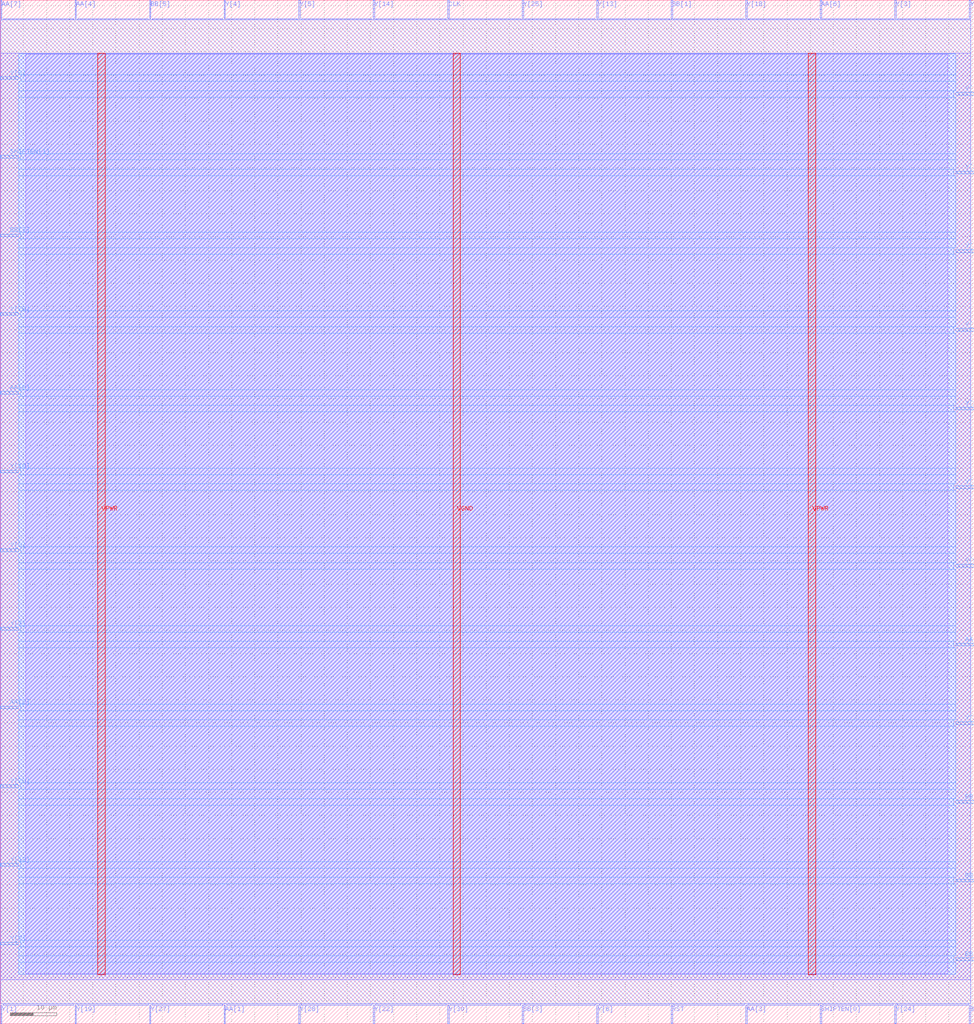
<source format=lef>
VERSION 5.7 ;
  NOWIREEXTENSIONATPIN ON ;
  DIVIDERCHAR "/" ;
  BUSBITCHARS "[]" ;
MACRO sa_2D
  CLASS BLOCK ;
  FOREIGN sa_2D ;
  ORIGIN 0.000 0.000 ;
  SIZE 210.460 BY 221.180 ;
  PIN AA[0]
    DIRECTION INPUT ;
    USE SIGNAL ;
    PORT
      LAYER met3 ;
        RECT 0.000 136.040 4.000 136.640 ;
    END
  END AA[0]
  PIN AA[1]
    DIRECTION INPUT ;
    USE SIGNAL ;
    PORT
      LAYER met2 ;
        RECT 48.390 0.000 48.670 4.000 ;
    END
  END AA[1]
  PIN AA[2]
    DIRECTION INPUT ;
    USE SIGNAL ;
    PORT
      LAYER met3 ;
        RECT 0.000 68.040 4.000 68.640 ;
    END
  END AA[2]
  PIN AA[3]
    DIRECTION INPUT ;
    USE SIGNAL ;
    PORT
      LAYER met2 ;
        RECT 161.090 0.000 161.370 4.000 ;
    END
  END AA[3]
  PIN AA[4]
    DIRECTION INPUT ;
    USE SIGNAL ;
    PORT
      LAYER met2 ;
        RECT 16.190 217.180 16.470 221.180 ;
    END
  END AA[4]
  PIN AA[5]
    DIRECTION INPUT ;
    USE SIGNAL ;
    PORT
      LAYER met3 ;
        RECT 206.460 81.640 210.460 82.240 ;
    END
  END AA[5]
  PIN AA[6]
    DIRECTION INPUT ;
    USE SIGNAL ;
    PORT
      LAYER met2 ;
        RECT 177.190 217.180 177.470 221.180 ;
    END
  END AA[6]
  PIN AA[7]
    DIRECTION INPUT ;
    USE SIGNAL ;
    PORT
      LAYER met2 ;
        RECT 0.090 217.180 0.370 221.180 ;
    END
  END AA[7]
  PIN BB[0]
    DIRECTION INPUT ;
    USE SIGNAL ;
    PORT
      LAYER met3 ;
        RECT 206.460 13.640 210.460 14.240 ;
    END
  END BB[0]
  PIN BB[1]
    DIRECTION INPUT ;
    USE SIGNAL ;
    PORT
      LAYER met2 ;
        RECT 144.990 217.180 145.270 221.180 ;
    END
  END BB[1]
  PIN BB[2]
    DIRECTION INPUT ;
    USE SIGNAL ;
    PORT
      LAYER met2 ;
        RECT 209.390 0.000 209.670 4.000 ;
    END
  END BB[2]
  PIN BB[3]
    DIRECTION INPUT ;
    USE SIGNAL ;
    PORT
      LAYER met2 ;
        RECT 112.790 0.000 113.070 4.000 ;
    END
  END BB[3]
  PIN BB[4]
    DIRECTION INPUT ;
    USE SIGNAL ;
    PORT
      LAYER met3 ;
        RECT 206.460 30.640 210.460 31.240 ;
    END
  END BB[4]
  PIN BB[5]
    DIRECTION INPUT ;
    USE SIGNAL ;
    PORT
      LAYER met2 ;
        RECT 32.290 217.180 32.570 221.180 ;
    END
  END BB[5]
  PIN BB[6]
    DIRECTION INPUT ;
    USE SIGNAL ;
    PORT
      LAYER met3 ;
        RECT 206.460 47.640 210.460 48.240 ;
    END
  END BB[6]
  PIN BB[7]
    DIRECTION INPUT ;
    USE SIGNAL ;
    PORT
      LAYER met3 ;
        RECT 0.000 170.040 4.000 170.640 ;
    END
  END BB[7]
  PIN CLK
    DIRECTION INPUT ;
    USE SIGNAL ;
    PORT
      LAYER met2 ;
        RECT 96.690 217.180 96.970 221.180 ;
    END
  END CLK
  PIN RST
    DIRECTION INPUT ;
    USE SIGNAL ;
    PORT
      LAYER met2 ;
        RECT 144.990 0.000 145.270 4.000 ;
    END
  END RST
  PIN SHIFTEN[0]
    DIRECTION INPUT ;
    USE SIGNAL ;
    PORT
      LAYER met2 ;
        RECT 177.190 0.000 177.470 4.000 ;
    END
  END SHIFTEN[0]
  PIN SHIFTEN[1]
    DIRECTION INPUT ;
    USE SIGNAL ;
    PORT
      LAYER met3 ;
        RECT 0.000 187.040 4.000 187.640 ;
    END
  END SHIFTEN[1]
  PIN VGND
    DIRECTION INOUT ;
    USE GROUND ;
    PORT
      LAYER met4 ;
        RECT 97.840 10.640 99.440 209.680 ;
    END
  END VGND
  PIN VPWR
    DIRECTION INOUT ;
    USE POWER ;
    PORT
      LAYER met4 ;
        RECT 21.040 10.640 22.640 209.680 ;
    END
    PORT
      LAYER met4 ;
        RECT 174.640 10.640 176.240 209.680 ;
    END
  END VPWR
  PIN Y[0]
    DIRECTION OUTPUT TRISTATE ;
    USE SIGNAL ;
    PORT
      LAYER met3 ;
        RECT 0.000 102.040 4.000 102.640 ;
    END
  END Y[0]
  PIN Y[10]
    DIRECTION OUTPUT TRISTATE ;
    USE SIGNAL ;
    PORT
      LAYER met3 ;
        RECT 0.000 119.040 4.000 119.640 ;
    END
  END Y[10]
  PIN Y[11]
    DIRECTION OUTPUT TRISTATE ;
    USE SIGNAL ;
    PORT
      LAYER met3 ;
        RECT 206.460 149.640 210.460 150.240 ;
    END
  END Y[11]
  PIN Y[12]
    DIRECTION OUTPUT TRISTATE ;
    USE SIGNAL ;
    PORT
      LAYER met3 ;
        RECT 0.000 34.040 4.000 34.640 ;
    END
  END Y[12]
  PIN Y[13]
    DIRECTION OUTPUT TRISTATE ;
    USE SIGNAL ;
    PORT
      LAYER met2 ;
        RECT 128.890 217.180 129.170 221.180 ;
    END
  END Y[13]
  PIN Y[14]
    DIRECTION OUTPUT TRISTATE ;
    USE SIGNAL ;
    PORT
      LAYER met2 ;
        RECT 80.590 217.180 80.870 221.180 ;
    END
  END Y[14]
  PIN Y[15]
    DIRECTION OUTPUT TRISTATE ;
    USE SIGNAL ;
    PORT
      LAYER met3 ;
        RECT 206.460 200.640 210.460 201.240 ;
    END
  END Y[15]
  PIN Y[16]
    DIRECTION OUTPUT TRISTATE ;
    USE SIGNAL ;
    PORT
      LAYER met3 ;
        RECT 206.460 166.640 210.460 167.240 ;
    END
  END Y[16]
  PIN Y[17]
    DIRECTION OUTPUT TRISTATE ;
    USE SIGNAL ;
    PORT
      LAYER met3 ;
        RECT 206.460 115.640 210.460 116.240 ;
    END
  END Y[17]
  PIN Y[18]
    DIRECTION OUTPUT TRISTATE ;
    USE SIGNAL ;
    PORT
      LAYER met2 ;
        RECT 161.090 217.180 161.370 221.180 ;
    END
  END Y[18]
  PIN Y[19]
    DIRECTION OUTPUT TRISTATE ;
    USE SIGNAL ;
    PORT
      LAYER met2 ;
        RECT 16.190 0.000 16.470 4.000 ;
    END
  END Y[19]
  PIN Y[1]
    DIRECTION OUTPUT TRISTATE ;
    USE SIGNAL ;
    PORT
      LAYER met2 ;
        RECT 0.090 0.000 0.370 4.000 ;
    END
  END Y[1]
  PIN Y[20]
    DIRECTION OUTPUT TRISTATE ;
    USE SIGNAL ;
    PORT
      LAYER met3 ;
        RECT 0.000 51.040 4.000 51.640 ;
    END
  END Y[20]
  PIN Y[21]
    DIRECTION OUTPUT TRISTATE ;
    USE SIGNAL ;
    PORT
      LAYER met3 ;
        RECT 206.460 183.640 210.460 184.240 ;
    END
  END Y[21]
  PIN Y[22]
    DIRECTION OUTPUT TRISTATE ;
    USE SIGNAL ;
    PORT
      LAYER met2 ;
        RECT 80.590 0.000 80.870 4.000 ;
    END
  END Y[22]
  PIN Y[23]
    DIRECTION OUTPUT TRISTATE ;
    USE SIGNAL ;
    PORT
      LAYER met3 ;
        RECT 206.460 132.640 210.460 133.240 ;
    END
  END Y[23]
  PIN Y[24]
    DIRECTION OUTPUT TRISTATE ;
    USE SIGNAL ;
    PORT
      LAYER met2 ;
        RECT 193.290 0.000 193.570 4.000 ;
    END
  END Y[24]
  PIN Y[25]
    DIRECTION OUTPUT TRISTATE ;
    USE SIGNAL ;
    PORT
      LAYER met2 ;
        RECT 112.790 217.180 113.070 221.180 ;
    END
  END Y[25]
  PIN Y[26]
    DIRECTION OUTPUT TRISTATE ;
    USE SIGNAL ;
    PORT
      LAYER met3 ;
        RECT 206.460 64.640 210.460 65.240 ;
    END
  END Y[26]
  PIN Y[27]
    DIRECTION OUTPUT TRISTATE ;
    USE SIGNAL ;
    PORT
      LAYER met2 ;
        RECT 32.290 0.000 32.570 4.000 ;
    END
  END Y[27]
  PIN Y[28]
    DIRECTION OUTPUT TRISTATE ;
    USE SIGNAL ;
    PORT
      LAYER met2 ;
        RECT 64.490 0.000 64.770 4.000 ;
    END
  END Y[28]
  PIN Y[29]
    DIRECTION OUTPUT TRISTATE ;
    USE SIGNAL ;
    PORT
      LAYER met3 ;
        RECT 0.000 153.040 4.000 153.640 ;
    END
  END Y[29]
  PIN Y[2]
    DIRECTION OUTPUT TRISTATE ;
    USE SIGNAL ;
    PORT
      LAYER met3 ;
        RECT 0.000 17.040 4.000 17.640 ;
    END
  END Y[2]
  PIN Y[30]
    DIRECTION OUTPUT TRISTATE ;
    USE SIGNAL ;
    PORT
      LAYER met2 ;
        RECT 96.690 0.000 96.970 4.000 ;
    END
  END Y[30]
  PIN Y[31]
    DIRECTION OUTPUT TRISTATE ;
    USE SIGNAL ;
    PORT
      LAYER met2 ;
        RECT 209.390 217.180 209.670 221.180 ;
    END
  END Y[31]
  PIN Y[3]
    DIRECTION OUTPUT TRISTATE ;
    USE SIGNAL ;
    PORT
      LAYER met2 ;
        RECT 193.290 217.180 193.570 221.180 ;
    END
  END Y[3]
  PIN Y[4]
    DIRECTION OUTPUT TRISTATE ;
    USE SIGNAL ;
    PORT
      LAYER met2 ;
        RECT 48.390 217.180 48.670 221.180 ;
    END
  END Y[4]
  PIN Y[5]
    DIRECTION OUTPUT TRISTATE ;
    USE SIGNAL ;
    PORT
      LAYER met2 ;
        RECT 64.490 217.180 64.770 221.180 ;
    END
  END Y[5]
  PIN Y[6]
    DIRECTION OUTPUT TRISTATE ;
    USE SIGNAL ;
    PORT
      LAYER met2 ;
        RECT 128.890 0.000 129.170 4.000 ;
    END
  END Y[6]
  PIN Y[7]
    DIRECTION OUTPUT TRISTATE ;
    USE SIGNAL ;
    PORT
      LAYER met3 ;
        RECT 0.000 85.040 4.000 85.640 ;
    END
  END Y[7]
  PIN Y[8]
    DIRECTION OUTPUT TRISTATE ;
    USE SIGNAL ;
    PORT
      LAYER met3 ;
        RECT 0.000 204.040 4.000 204.640 ;
    END
  END Y[8]
  PIN Y[9]
    DIRECTION OUTPUT TRISTATE ;
    USE SIGNAL ;
    PORT
      LAYER met3 ;
        RECT 206.460 98.640 210.460 99.240 ;
    END
  END Y[9]
  OBS
      LAYER li1 ;
        RECT 5.520 10.795 204.700 209.525 ;
      LAYER met1 ;
        RECT 0.070 9.560 209.690 209.680 ;
      LAYER met2 ;
        RECT 0.650 216.900 15.910 217.180 ;
        RECT 16.750 216.900 32.010 217.180 ;
        RECT 32.850 216.900 48.110 217.180 ;
        RECT 48.950 216.900 64.210 217.180 ;
        RECT 65.050 216.900 80.310 217.180 ;
        RECT 81.150 216.900 96.410 217.180 ;
        RECT 97.250 216.900 112.510 217.180 ;
        RECT 113.350 216.900 128.610 217.180 ;
        RECT 129.450 216.900 144.710 217.180 ;
        RECT 145.550 216.900 160.810 217.180 ;
        RECT 161.650 216.900 176.910 217.180 ;
        RECT 177.750 216.900 193.010 217.180 ;
        RECT 193.850 216.900 209.110 217.180 ;
        RECT 0.100 4.280 209.660 216.900 ;
        RECT 0.650 4.000 15.910 4.280 ;
        RECT 16.750 4.000 32.010 4.280 ;
        RECT 32.850 4.000 48.110 4.280 ;
        RECT 48.950 4.000 64.210 4.280 ;
        RECT 65.050 4.000 80.310 4.280 ;
        RECT 81.150 4.000 96.410 4.280 ;
        RECT 97.250 4.000 112.510 4.280 ;
        RECT 113.350 4.000 128.610 4.280 ;
        RECT 129.450 4.000 144.710 4.280 ;
        RECT 145.550 4.000 160.810 4.280 ;
        RECT 161.650 4.000 176.910 4.280 ;
        RECT 177.750 4.000 193.010 4.280 ;
        RECT 193.850 4.000 209.110 4.280 ;
      LAYER met3 ;
        RECT 4.000 205.040 206.460 209.605 ;
        RECT 4.400 203.640 206.460 205.040 ;
        RECT 4.000 201.640 206.460 203.640 ;
        RECT 4.000 200.240 206.060 201.640 ;
        RECT 4.000 188.040 206.460 200.240 ;
        RECT 4.400 186.640 206.460 188.040 ;
        RECT 4.000 184.640 206.460 186.640 ;
        RECT 4.000 183.240 206.060 184.640 ;
        RECT 4.000 171.040 206.460 183.240 ;
        RECT 4.400 169.640 206.460 171.040 ;
        RECT 4.000 167.640 206.460 169.640 ;
        RECT 4.000 166.240 206.060 167.640 ;
        RECT 4.000 154.040 206.460 166.240 ;
        RECT 4.400 152.640 206.460 154.040 ;
        RECT 4.000 150.640 206.460 152.640 ;
        RECT 4.000 149.240 206.060 150.640 ;
        RECT 4.000 137.040 206.460 149.240 ;
        RECT 4.400 135.640 206.460 137.040 ;
        RECT 4.000 133.640 206.460 135.640 ;
        RECT 4.000 132.240 206.060 133.640 ;
        RECT 4.000 120.040 206.460 132.240 ;
        RECT 4.400 118.640 206.460 120.040 ;
        RECT 4.000 116.640 206.460 118.640 ;
        RECT 4.000 115.240 206.060 116.640 ;
        RECT 4.000 103.040 206.460 115.240 ;
        RECT 4.400 101.640 206.460 103.040 ;
        RECT 4.000 99.640 206.460 101.640 ;
        RECT 4.000 98.240 206.060 99.640 ;
        RECT 4.000 86.040 206.460 98.240 ;
        RECT 4.400 84.640 206.460 86.040 ;
        RECT 4.000 82.640 206.460 84.640 ;
        RECT 4.000 81.240 206.060 82.640 ;
        RECT 4.000 69.040 206.460 81.240 ;
        RECT 4.400 67.640 206.460 69.040 ;
        RECT 4.000 65.640 206.460 67.640 ;
        RECT 4.000 64.240 206.060 65.640 ;
        RECT 4.000 52.040 206.460 64.240 ;
        RECT 4.400 50.640 206.460 52.040 ;
        RECT 4.000 48.640 206.460 50.640 ;
        RECT 4.000 47.240 206.060 48.640 ;
        RECT 4.000 35.040 206.460 47.240 ;
        RECT 4.400 33.640 206.460 35.040 ;
        RECT 4.000 31.640 206.460 33.640 ;
        RECT 4.000 30.240 206.060 31.640 ;
        RECT 4.000 18.040 206.460 30.240 ;
        RECT 4.400 16.640 206.460 18.040 ;
        RECT 4.000 14.640 206.460 16.640 ;
        RECT 4.000 13.240 206.060 14.640 ;
        RECT 4.000 10.715 206.460 13.240 ;
  END
END sa_2D
END LIBRARY


</source>
